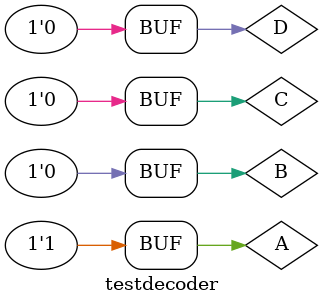
<source format=v>
`timescale 1ns / 1ps


module testdecoder;

	// Inputs
	reg A;
	reg B;
	reg C;
	reg D;

	// Outputs
	wire [15:0] E;

	// Instantiate the Unit Under Test (UUT)
	decoder uut (
		.A(A), 
		.B(B), 
		.C(C), 
		.D(D), 
		.E(E)
	);

	initial begin
		// Initialize Inputs
		A = 0;
		B = 0;
		C = 0;
		D = 0;

		// Wait 100 ns for global reset to finish
		#100;
		A = 1;
		B = 0;
		C = 0;
		D = 0;

		// Wait 100 ns for global reset to finish
		#100;
        
		// Add stimulus here

	end
      
endmodule


</source>
